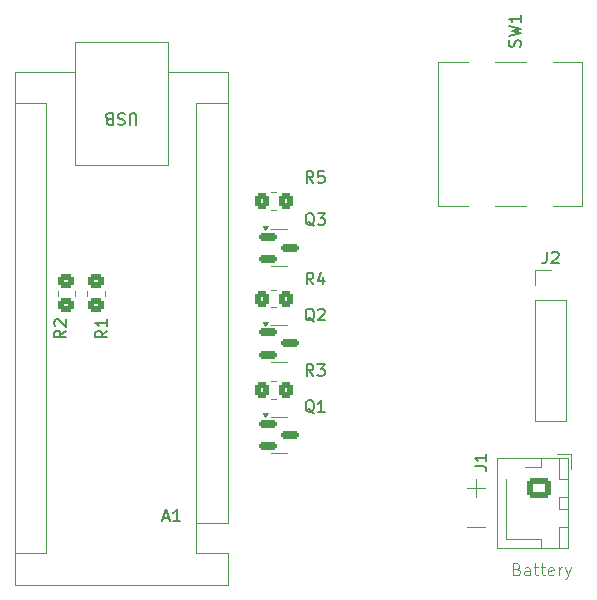
<source format=gto>
G04 #@! TF.GenerationSoftware,KiCad,Pcbnew,8.0.5*
G04 #@! TF.CreationDate,2025-02-12T16:10:39+08:00*
G04 #@! TF.ProjectId,arduino_solar_bikelight_1,61726475-696e-46f5-9f73-6f6c61725f62,rev?*
G04 #@! TF.SameCoordinates,Original*
G04 #@! TF.FileFunction,Legend,Top*
G04 #@! TF.FilePolarity,Positive*
%FSLAX46Y46*%
G04 Gerber Fmt 4.6, Leading zero omitted, Abs format (unit mm)*
G04 Created by KiCad (PCBNEW 8.0.5) date 2025-02-12 16:10:39*
%MOMM*%
%LPD*%
G01*
G04 APERTURE LIST*
G04 Aperture macros list*
%AMRoundRect*
0 Rectangle with rounded corners*
0 $1 Rounding radius*
0 $2 $3 $4 $5 $6 $7 $8 $9 X,Y pos of 4 corners*
0 Add a 4 corners polygon primitive as box body*
4,1,4,$2,$3,$4,$5,$6,$7,$8,$9,$2,$3,0*
0 Add four circle primitives for the rounded corners*
1,1,$1+$1,$2,$3*
1,1,$1+$1,$4,$5*
1,1,$1+$1,$6,$7*
1,1,$1+$1,$8,$9*
0 Add four rect primitives between the rounded corners*
20,1,$1+$1,$2,$3,$4,$5,0*
20,1,$1+$1,$4,$5,$6,$7,0*
20,1,$1+$1,$6,$7,$8,$9,0*
20,1,$1+$1,$8,$9,$2,$3,0*%
G04 Aperture macros list end*
%ADD10C,0.100000*%
%ADD11C,0.150000*%
%ADD12C,0.120000*%
%ADD13RoundRect,0.250000X-0.350000X-0.450000X0.350000X-0.450000X0.350000X0.450000X-0.350000X0.450000X0*%
%ADD14C,3.200000*%
%ADD15RoundRect,0.250000X0.450000X-0.350000X0.450000X0.350000X-0.450000X0.350000X-0.450000X-0.350000X0*%
%ADD16R,1.600000X1.600000*%
%ADD17O,1.600000X1.600000*%
%ADD18C,1.200000*%
%ADD19RoundRect,0.250000X-0.750000X0.600000X-0.750000X-0.600000X0.750000X-0.600000X0.750000X0.600000X0*%
%ADD20O,2.000000X1.700000*%
%ADD21C,1.800000*%
%ADD22O,1.700000X2.900000*%
%ADD23RoundRect,0.150000X-0.587500X-0.150000X0.587500X-0.150000X0.587500X0.150000X-0.587500X0.150000X0*%
%ADD24R,1.700000X1.700000*%
%ADD25O,1.700000X1.700000*%
%ADD26R,1.800000X1.800000*%
G04 APERTURE END LIST*
D10*
X181386979Y-106183133D02*
X182910789Y-106183133D01*
X185582217Y-109743609D02*
X185725074Y-109791228D01*
X185725074Y-109791228D02*
X185772693Y-109838847D01*
X185772693Y-109838847D02*
X185820312Y-109934085D01*
X185820312Y-109934085D02*
X185820312Y-110076942D01*
X185820312Y-110076942D02*
X185772693Y-110172180D01*
X185772693Y-110172180D02*
X185725074Y-110219800D01*
X185725074Y-110219800D02*
X185629836Y-110267419D01*
X185629836Y-110267419D02*
X185248884Y-110267419D01*
X185248884Y-110267419D02*
X185248884Y-109267419D01*
X185248884Y-109267419D02*
X185582217Y-109267419D01*
X185582217Y-109267419D02*
X185677455Y-109315038D01*
X185677455Y-109315038D02*
X185725074Y-109362657D01*
X185725074Y-109362657D02*
X185772693Y-109457895D01*
X185772693Y-109457895D02*
X185772693Y-109553133D01*
X185772693Y-109553133D02*
X185725074Y-109648371D01*
X185725074Y-109648371D02*
X185677455Y-109695990D01*
X185677455Y-109695990D02*
X185582217Y-109743609D01*
X185582217Y-109743609D02*
X185248884Y-109743609D01*
X186677455Y-110267419D02*
X186677455Y-109743609D01*
X186677455Y-109743609D02*
X186629836Y-109648371D01*
X186629836Y-109648371D02*
X186534598Y-109600752D01*
X186534598Y-109600752D02*
X186344122Y-109600752D01*
X186344122Y-109600752D02*
X186248884Y-109648371D01*
X186677455Y-110219800D02*
X186582217Y-110267419D01*
X186582217Y-110267419D02*
X186344122Y-110267419D01*
X186344122Y-110267419D02*
X186248884Y-110219800D01*
X186248884Y-110219800D02*
X186201265Y-110124561D01*
X186201265Y-110124561D02*
X186201265Y-110029323D01*
X186201265Y-110029323D02*
X186248884Y-109934085D01*
X186248884Y-109934085D02*
X186344122Y-109886466D01*
X186344122Y-109886466D02*
X186582217Y-109886466D01*
X186582217Y-109886466D02*
X186677455Y-109838847D01*
X187010789Y-109600752D02*
X187391741Y-109600752D01*
X187153646Y-109267419D02*
X187153646Y-110124561D01*
X187153646Y-110124561D02*
X187201265Y-110219800D01*
X187201265Y-110219800D02*
X187296503Y-110267419D01*
X187296503Y-110267419D02*
X187391741Y-110267419D01*
X187582218Y-109600752D02*
X187963170Y-109600752D01*
X187725075Y-109267419D02*
X187725075Y-110124561D01*
X187725075Y-110124561D02*
X187772694Y-110219800D01*
X187772694Y-110219800D02*
X187867932Y-110267419D01*
X187867932Y-110267419D02*
X187963170Y-110267419D01*
X188677456Y-110219800D02*
X188582218Y-110267419D01*
X188582218Y-110267419D02*
X188391742Y-110267419D01*
X188391742Y-110267419D02*
X188296504Y-110219800D01*
X188296504Y-110219800D02*
X188248885Y-110124561D01*
X188248885Y-110124561D02*
X188248885Y-109743609D01*
X188248885Y-109743609D02*
X188296504Y-109648371D01*
X188296504Y-109648371D02*
X188391742Y-109600752D01*
X188391742Y-109600752D02*
X188582218Y-109600752D01*
X188582218Y-109600752D02*
X188677456Y-109648371D01*
X188677456Y-109648371D02*
X188725075Y-109743609D01*
X188725075Y-109743609D02*
X188725075Y-109838847D01*
X188725075Y-109838847D02*
X188248885Y-109934085D01*
X189153647Y-110267419D02*
X189153647Y-109600752D01*
X189153647Y-109791228D02*
X189201266Y-109695990D01*
X189201266Y-109695990D02*
X189248885Y-109648371D01*
X189248885Y-109648371D02*
X189344123Y-109600752D01*
X189344123Y-109600752D02*
X189439361Y-109600752D01*
X189677457Y-109600752D02*
X189915552Y-110267419D01*
X190153647Y-109600752D02*
X189915552Y-110267419D01*
X189915552Y-110267419D02*
X189820314Y-110505514D01*
X189820314Y-110505514D02*
X189772695Y-110553133D01*
X189772695Y-110553133D02*
X189677457Y-110600752D01*
X181386979Y-102883133D02*
X182910789Y-102883133D01*
X182148884Y-103645038D02*
X182148884Y-102121228D01*
D11*
X168340833Y-77049819D02*
X168007500Y-76573628D01*
X167769405Y-77049819D02*
X167769405Y-76049819D01*
X167769405Y-76049819D02*
X168150357Y-76049819D01*
X168150357Y-76049819D02*
X168245595Y-76097438D01*
X168245595Y-76097438D02*
X168293214Y-76145057D01*
X168293214Y-76145057D02*
X168340833Y-76240295D01*
X168340833Y-76240295D02*
X168340833Y-76383152D01*
X168340833Y-76383152D02*
X168293214Y-76478390D01*
X168293214Y-76478390D02*
X168245595Y-76526009D01*
X168245595Y-76526009D02*
X168150357Y-76573628D01*
X168150357Y-76573628D02*
X167769405Y-76573628D01*
X169245595Y-76049819D02*
X168769405Y-76049819D01*
X168769405Y-76049819D02*
X168721786Y-76526009D01*
X168721786Y-76526009D02*
X168769405Y-76478390D01*
X168769405Y-76478390D02*
X168864643Y-76430771D01*
X168864643Y-76430771D02*
X169102738Y-76430771D01*
X169102738Y-76430771D02*
X169197976Y-76478390D01*
X169197976Y-76478390D02*
X169245595Y-76526009D01*
X169245595Y-76526009D02*
X169293214Y-76621247D01*
X169293214Y-76621247D02*
X169293214Y-76859342D01*
X169293214Y-76859342D02*
X169245595Y-76954580D01*
X169245595Y-76954580D02*
X169197976Y-77002200D01*
X169197976Y-77002200D02*
X169102738Y-77049819D01*
X169102738Y-77049819D02*
X168864643Y-77049819D01*
X168864643Y-77049819D02*
X168769405Y-77002200D01*
X168769405Y-77002200D02*
X168721786Y-76954580D01*
X150899819Y-89561666D02*
X150423628Y-89894999D01*
X150899819Y-90133094D02*
X149899819Y-90133094D01*
X149899819Y-90133094D02*
X149899819Y-89752142D01*
X149899819Y-89752142D02*
X149947438Y-89656904D01*
X149947438Y-89656904D02*
X149995057Y-89609285D01*
X149995057Y-89609285D02*
X150090295Y-89561666D01*
X150090295Y-89561666D02*
X150233152Y-89561666D01*
X150233152Y-89561666D02*
X150328390Y-89609285D01*
X150328390Y-89609285D02*
X150376009Y-89656904D01*
X150376009Y-89656904D02*
X150423628Y-89752142D01*
X150423628Y-89752142D02*
X150423628Y-90133094D01*
X150899819Y-88609285D02*
X150899819Y-89180713D01*
X150899819Y-88894999D02*
X149899819Y-88894999D01*
X149899819Y-88894999D02*
X150042676Y-88990237D01*
X150042676Y-88990237D02*
X150137914Y-89085475D01*
X150137914Y-89085475D02*
X150185533Y-89180713D01*
X147399819Y-89561666D02*
X146923628Y-89894999D01*
X147399819Y-90133094D02*
X146399819Y-90133094D01*
X146399819Y-90133094D02*
X146399819Y-89752142D01*
X146399819Y-89752142D02*
X146447438Y-89656904D01*
X146447438Y-89656904D02*
X146495057Y-89609285D01*
X146495057Y-89609285D02*
X146590295Y-89561666D01*
X146590295Y-89561666D02*
X146733152Y-89561666D01*
X146733152Y-89561666D02*
X146828390Y-89609285D01*
X146828390Y-89609285D02*
X146876009Y-89656904D01*
X146876009Y-89656904D02*
X146923628Y-89752142D01*
X146923628Y-89752142D02*
X146923628Y-90133094D01*
X146495057Y-89180713D02*
X146447438Y-89133094D01*
X146447438Y-89133094D02*
X146399819Y-89037856D01*
X146399819Y-89037856D02*
X146399819Y-88799761D01*
X146399819Y-88799761D02*
X146447438Y-88704523D01*
X146447438Y-88704523D02*
X146495057Y-88656904D01*
X146495057Y-88656904D02*
X146590295Y-88609285D01*
X146590295Y-88609285D02*
X146685533Y-88609285D01*
X146685533Y-88609285D02*
X146828390Y-88656904D01*
X146828390Y-88656904D02*
X147399819Y-89228332D01*
X147399819Y-89228332D02*
X147399819Y-88609285D01*
X155635714Y-105404104D02*
X156111904Y-105404104D01*
X155540476Y-105689819D02*
X155873809Y-104689819D01*
X155873809Y-104689819D02*
X156207142Y-105689819D01*
X157064285Y-105689819D02*
X156492857Y-105689819D01*
X156778571Y-105689819D02*
X156778571Y-104689819D01*
X156778571Y-104689819D02*
X156683333Y-104832676D01*
X156683333Y-104832676D02*
X156588095Y-104927914D01*
X156588095Y-104927914D02*
X156492857Y-104975533D01*
X153361904Y-72140180D02*
X153361904Y-71330657D01*
X153361904Y-71330657D02*
X153314285Y-71235419D01*
X153314285Y-71235419D02*
X153266666Y-71187800D01*
X153266666Y-71187800D02*
X153171428Y-71140180D01*
X153171428Y-71140180D02*
X152980952Y-71140180D01*
X152980952Y-71140180D02*
X152885714Y-71187800D01*
X152885714Y-71187800D02*
X152838095Y-71235419D01*
X152838095Y-71235419D02*
X152790476Y-71330657D01*
X152790476Y-71330657D02*
X152790476Y-72140180D01*
X152361904Y-71187800D02*
X152219047Y-71140180D01*
X152219047Y-71140180D02*
X151980952Y-71140180D01*
X151980952Y-71140180D02*
X151885714Y-71187800D01*
X151885714Y-71187800D02*
X151838095Y-71235419D01*
X151838095Y-71235419D02*
X151790476Y-71330657D01*
X151790476Y-71330657D02*
X151790476Y-71425895D01*
X151790476Y-71425895D02*
X151838095Y-71521133D01*
X151838095Y-71521133D02*
X151885714Y-71568752D01*
X151885714Y-71568752D02*
X151980952Y-71616371D01*
X151980952Y-71616371D02*
X152171428Y-71663990D01*
X152171428Y-71663990D02*
X152266666Y-71711609D01*
X152266666Y-71711609D02*
X152314285Y-71759228D01*
X152314285Y-71759228D02*
X152361904Y-71854466D01*
X152361904Y-71854466D02*
X152361904Y-71949704D01*
X152361904Y-71949704D02*
X152314285Y-72044942D01*
X152314285Y-72044942D02*
X152266666Y-72092561D01*
X152266666Y-72092561D02*
X152171428Y-72140180D01*
X152171428Y-72140180D02*
X151933333Y-72140180D01*
X151933333Y-72140180D02*
X151790476Y-72092561D01*
X151028571Y-71663990D02*
X150885714Y-71616371D01*
X150885714Y-71616371D02*
X150838095Y-71568752D01*
X150838095Y-71568752D02*
X150790476Y-71473514D01*
X150790476Y-71473514D02*
X150790476Y-71330657D01*
X150790476Y-71330657D02*
X150838095Y-71235419D01*
X150838095Y-71235419D02*
X150885714Y-71187800D01*
X150885714Y-71187800D02*
X150980952Y-71140180D01*
X150980952Y-71140180D02*
X151361904Y-71140180D01*
X151361904Y-71140180D02*
X151361904Y-72140180D01*
X151361904Y-72140180D02*
X151028571Y-72140180D01*
X151028571Y-72140180D02*
X150933333Y-72092561D01*
X150933333Y-72092561D02*
X150885714Y-72044942D01*
X150885714Y-72044942D02*
X150838095Y-71949704D01*
X150838095Y-71949704D02*
X150838095Y-71854466D01*
X150838095Y-71854466D02*
X150885714Y-71759228D01*
X150885714Y-71759228D02*
X150933333Y-71711609D01*
X150933333Y-71711609D02*
X151028571Y-71663990D01*
X151028571Y-71663990D02*
X151361904Y-71663990D01*
X168340833Y-85649819D02*
X168007500Y-85173628D01*
X167769405Y-85649819D02*
X167769405Y-84649819D01*
X167769405Y-84649819D02*
X168150357Y-84649819D01*
X168150357Y-84649819D02*
X168245595Y-84697438D01*
X168245595Y-84697438D02*
X168293214Y-84745057D01*
X168293214Y-84745057D02*
X168340833Y-84840295D01*
X168340833Y-84840295D02*
X168340833Y-84983152D01*
X168340833Y-84983152D02*
X168293214Y-85078390D01*
X168293214Y-85078390D02*
X168245595Y-85126009D01*
X168245595Y-85126009D02*
X168150357Y-85173628D01*
X168150357Y-85173628D02*
X167769405Y-85173628D01*
X169197976Y-84983152D02*
X169197976Y-85649819D01*
X168959881Y-84602200D02*
X168721786Y-85316485D01*
X168721786Y-85316485D02*
X169340833Y-85316485D01*
X181999819Y-101028333D02*
X182714104Y-101028333D01*
X182714104Y-101028333D02*
X182856961Y-101075952D01*
X182856961Y-101075952D02*
X182952200Y-101171190D01*
X182952200Y-101171190D02*
X182999819Y-101314047D01*
X182999819Y-101314047D02*
X182999819Y-101409285D01*
X182999819Y-100028333D02*
X182999819Y-100599761D01*
X182999819Y-100314047D02*
X181999819Y-100314047D01*
X181999819Y-100314047D02*
X182142676Y-100409285D01*
X182142676Y-100409285D02*
X182237914Y-100504523D01*
X182237914Y-100504523D02*
X182285533Y-100599761D01*
X185852200Y-65528332D02*
X185899819Y-65385475D01*
X185899819Y-65385475D02*
X185899819Y-65147380D01*
X185899819Y-65147380D02*
X185852200Y-65052142D01*
X185852200Y-65052142D02*
X185804580Y-65004523D01*
X185804580Y-65004523D02*
X185709342Y-64956904D01*
X185709342Y-64956904D02*
X185614104Y-64956904D01*
X185614104Y-64956904D02*
X185518866Y-65004523D01*
X185518866Y-65004523D02*
X185471247Y-65052142D01*
X185471247Y-65052142D02*
X185423628Y-65147380D01*
X185423628Y-65147380D02*
X185376009Y-65337856D01*
X185376009Y-65337856D02*
X185328390Y-65433094D01*
X185328390Y-65433094D02*
X185280771Y-65480713D01*
X185280771Y-65480713D02*
X185185533Y-65528332D01*
X185185533Y-65528332D02*
X185090295Y-65528332D01*
X185090295Y-65528332D02*
X184995057Y-65480713D01*
X184995057Y-65480713D02*
X184947438Y-65433094D01*
X184947438Y-65433094D02*
X184899819Y-65337856D01*
X184899819Y-65337856D02*
X184899819Y-65099761D01*
X184899819Y-65099761D02*
X184947438Y-64956904D01*
X184899819Y-64623570D02*
X185899819Y-64385475D01*
X185899819Y-64385475D02*
X185185533Y-64194999D01*
X185185533Y-64194999D02*
X185899819Y-64004523D01*
X185899819Y-64004523D02*
X184899819Y-63766428D01*
X185899819Y-62861666D02*
X185899819Y-63433094D01*
X185899819Y-63147380D02*
X184899819Y-63147380D01*
X184899819Y-63147380D02*
X185042676Y-63242618D01*
X185042676Y-63242618D02*
X185137914Y-63337856D01*
X185137914Y-63337856D02*
X185185533Y-63433094D01*
X168412261Y-88795057D02*
X168317023Y-88747438D01*
X168317023Y-88747438D02*
X168221785Y-88652200D01*
X168221785Y-88652200D02*
X168078928Y-88509342D01*
X168078928Y-88509342D02*
X167983690Y-88461723D01*
X167983690Y-88461723D02*
X167888452Y-88461723D01*
X167936071Y-88699819D02*
X167840833Y-88652200D01*
X167840833Y-88652200D02*
X167745595Y-88556961D01*
X167745595Y-88556961D02*
X167697976Y-88366485D01*
X167697976Y-88366485D02*
X167697976Y-88033152D01*
X167697976Y-88033152D02*
X167745595Y-87842676D01*
X167745595Y-87842676D02*
X167840833Y-87747438D01*
X167840833Y-87747438D02*
X167936071Y-87699819D01*
X167936071Y-87699819D02*
X168126547Y-87699819D01*
X168126547Y-87699819D02*
X168221785Y-87747438D01*
X168221785Y-87747438D02*
X168317023Y-87842676D01*
X168317023Y-87842676D02*
X168364642Y-88033152D01*
X168364642Y-88033152D02*
X168364642Y-88366485D01*
X168364642Y-88366485D02*
X168317023Y-88556961D01*
X168317023Y-88556961D02*
X168221785Y-88652200D01*
X168221785Y-88652200D02*
X168126547Y-88699819D01*
X168126547Y-88699819D02*
X167936071Y-88699819D01*
X168745595Y-87795057D02*
X168793214Y-87747438D01*
X168793214Y-87747438D02*
X168888452Y-87699819D01*
X168888452Y-87699819D02*
X169126547Y-87699819D01*
X169126547Y-87699819D02*
X169221785Y-87747438D01*
X169221785Y-87747438D02*
X169269404Y-87795057D01*
X169269404Y-87795057D02*
X169317023Y-87890295D01*
X169317023Y-87890295D02*
X169317023Y-87985533D01*
X169317023Y-87985533D02*
X169269404Y-88128390D01*
X169269404Y-88128390D02*
X168697976Y-88699819D01*
X168697976Y-88699819D02*
X169317023Y-88699819D01*
X188111666Y-82859819D02*
X188111666Y-83574104D01*
X188111666Y-83574104D02*
X188064047Y-83716961D01*
X188064047Y-83716961D02*
X187968809Y-83812200D01*
X187968809Y-83812200D02*
X187825952Y-83859819D01*
X187825952Y-83859819D02*
X187730714Y-83859819D01*
X188540238Y-82955057D02*
X188587857Y-82907438D01*
X188587857Y-82907438D02*
X188683095Y-82859819D01*
X188683095Y-82859819D02*
X188921190Y-82859819D01*
X188921190Y-82859819D02*
X189016428Y-82907438D01*
X189016428Y-82907438D02*
X189064047Y-82955057D01*
X189064047Y-82955057D02*
X189111666Y-83050295D01*
X189111666Y-83050295D02*
X189111666Y-83145533D01*
X189111666Y-83145533D02*
X189064047Y-83288390D01*
X189064047Y-83288390D02*
X188492619Y-83859819D01*
X188492619Y-83859819D02*
X189111666Y-83859819D01*
X168412261Y-80695057D02*
X168317023Y-80647438D01*
X168317023Y-80647438D02*
X168221785Y-80552200D01*
X168221785Y-80552200D02*
X168078928Y-80409342D01*
X168078928Y-80409342D02*
X167983690Y-80361723D01*
X167983690Y-80361723D02*
X167888452Y-80361723D01*
X167936071Y-80599819D02*
X167840833Y-80552200D01*
X167840833Y-80552200D02*
X167745595Y-80456961D01*
X167745595Y-80456961D02*
X167697976Y-80266485D01*
X167697976Y-80266485D02*
X167697976Y-79933152D01*
X167697976Y-79933152D02*
X167745595Y-79742676D01*
X167745595Y-79742676D02*
X167840833Y-79647438D01*
X167840833Y-79647438D02*
X167936071Y-79599819D01*
X167936071Y-79599819D02*
X168126547Y-79599819D01*
X168126547Y-79599819D02*
X168221785Y-79647438D01*
X168221785Y-79647438D02*
X168317023Y-79742676D01*
X168317023Y-79742676D02*
X168364642Y-79933152D01*
X168364642Y-79933152D02*
X168364642Y-80266485D01*
X168364642Y-80266485D02*
X168317023Y-80456961D01*
X168317023Y-80456961D02*
X168221785Y-80552200D01*
X168221785Y-80552200D02*
X168126547Y-80599819D01*
X168126547Y-80599819D02*
X167936071Y-80599819D01*
X168697976Y-79599819D02*
X169317023Y-79599819D01*
X169317023Y-79599819D02*
X168983690Y-79980771D01*
X168983690Y-79980771D02*
X169126547Y-79980771D01*
X169126547Y-79980771D02*
X169221785Y-80028390D01*
X169221785Y-80028390D02*
X169269404Y-80076009D01*
X169269404Y-80076009D02*
X169317023Y-80171247D01*
X169317023Y-80171247D02*
X169317023Y-80409342D01*
X169317023Y-80409342D02*
X169269404Y-80504580D01*
X169269404Y-80504580D02*
X169221785Y-80552200D01*
X169221785Y-80552200D02*
X169126547Y-80599819D01*
X169126547Y-80599819D02*
X168840833Y-80599819D01*
X168840833Y-80599819D02*
X168745595Y-80552200D01*
X168745595Y-80552200D02*
X168697976Y-80504580D01*
X168340833Y-93399819D02*
X168007500Y-92923628D01*
X167769405Y-93399819D02*
X167769405Y-92399819D01*
X167769405Y-92399819D02*
X168150357Y-92399819D01*
X168150357Y-92399819D02*
X168245595Y-92447438D01*
X168245595Y-92447438D02*
X168293214Y-92495057D01*
X168293214Y-92495057D02*
X168340833Y-92590295D01*
X168340833Y-92590295D02*
X168340833Y-92733152D01*
X168340833Y-92733152D02*
X168293214Y-92828390D01*
X168293214Y-92828390D02*
X168245595Y-92876009D01*
X168245595Y-92876009D02*
X168150357Y-92923628D01*
X168150357Y-92923628D02*
X167769405Y-92923628D01*
X168674167Y-92399819D02*
X169293214Y-92399819D01*
X169293214Y-92399819D02*
X168959881Y-92780771D01*
X168959881Y-92780771D02*
X169102738Y-92780771D01*
X169102738Y-92780771D02*
X169197976Y-92828390D01*
X169197976Y-92828390D02*
X169245595Y-92876009D01*
X169245595Y-92876009D02*
X169293214Y-92971247D01*
X169293214Y-92971247D02*
X169293214Y-93209342D01*
X169293214Y-93209342D02*
X169245595Y-93304580D01*
X169245595Y-93304580D02*
X169197976Y-93352200D01*
X169197976Y-93352200D02*
X169102738Y-93399819D01*
X169102738Y-93399819D02*
X168817024Y-93399819D01*
X168817024Y-93399819D02*
X168721786Y-93352200D01*
X168721786Y-93352200D02*
X168674167Y-93304580D01*
X168412261Y-96545057D02*
X168317023Y-96497438D01*
X168317023Y-96497438D02*
X168221785Y-96402200D01*
X168221785Y-96402200D02*
X168078928Y-96259342D01*
X168078928Y-96259342D02*
X167983690Y-96211723D01*
X167983690Y-96211723D02*
X167888452Y-96211723D01*
X167936071Y-96449819D02*
X167840833Y-96402200D01*
X167840833Y-96402200D02*
X167745595Y-96306961D01*
X167745595Y-96306961D02*
X167697976Y-96116485D01*
X167697976Y-96116485D02*
X167697976Y-95783152D01*
X167697976Y-95783152D02*
X167745595Y-95592676D01*
X167745595Y-95592676D02*
X167840833Y-95497438D01*
X167840833Y-95497438D02*
X167936071Y-95449819D01*
X167936071Y-95449819D02*
X168126547Y-95449819D01*
X168126547Y-95449819D02*
X168221785Y-95497438D01*
X168221785Y-95497438D02*
X168317023Y-95592676D01*
X168317023Y-95592676D02*
X168364642Y-95783152D01*
X168364642Y-95783152D02*
X168364642Y-96116485D01*
X168364642Y-96116485D02*
X168317023Y-96306961D01*
X168317023Y-96306961D02*
X168221785Y-96402200D01*
X168221785Y-96402200D02*
X168126547Y-96449819D01*
X168126547Y-96449819D02*
X167936071Y-96449819D01*
X169317023Y-96449819D02*
X168745595Y-96449819D01*
X169031309Y-96449819D02*
X169031309Y-95449819D01*
X169031309Y-95449819D02*
X168936071Y-95592676D01*
X168936071Y-95592676D02*
X168840833Y-95687914D01*
X168840833Y-95687914D02*
X168745595Y-95735533D01*
D12*
X164767936Y-77860000D02*
X165222064Y-77860000D01*
X164767936Y-79330000D02*
X165222064Y-79330000D01*
X149210000Y-86622064D02*
X149210000Y-86167936D01*
X150680000Y-86622064D02*
X150680000Y-86167936D01*
X146710000Y-86622064D02*
X146710000Y-86167936D01*
X148180000Y-86622064D02*
X148180000Y-86167936D01*
X143080000Y-67655000D02*
X143080000Y-111095000D01*
X143080000Y-67655000D02*
X148160000Y-67655000D01*
X143080000Y-111095000D02*
X161120000Y-111095000D01*
X145750000Y-70325000D02*
X143080000Y-70325000D01*
X145750000Y-108425000D02*
X143080000Y-108425000D01*
X145750000Y-108425000D02*
X145750000Y-70325000D01*
X148160000Y-65115000D02*
X156040000Y-65115000D01*
X148160000Y-75535000D02*
X148160000Y-65115000D01*
X156040000Y-65115000D02*
X156040000Y-75535000D01*
X156040000Y-75535000D02*
X148160000Y-75535000D01*
X158450000Y-70325000D02*
X161120000Y-70325000D01*
X158450000Y-105885000D02*
X158450000Y-70325000D01*
X158450000Y-105885000D02*
X158450000Y-108425000D01*
X158450000Y-105885000D02*
X161120000Y-105885000D01*
X158450000Y-108425000D02*
X161120000Y-108425000D01*
X161120000Y-67655000D02*
X156040000Y-67655000D01*
X161120000Y-105885000D02*
X161120000Y-67655000D01*
X161120000Y-111095000D02*
X161120000Y-108425000D01*
X164767936Y-86110000D02*
X165222064Y-86110000D01*
X164767936Y-87580000D02*
X165222064Y-87580000D01*
X183935000Y-100335000D02*
X183935000Y-107955000D01*
X183935000Y-107955000D02*
X189905000Y-107955000D01*
X184695000Y-104145000D02*
X184695000Y-102155000D01*
X184695000Y-107195000D02*
X184695000Y-104145000D01*
X187645000Y-100345000D02*
X187645000Y-101095000D01*
X187645000Y-101095000D02*
X186305000Y-101095000D01*
X187645000Y-107195000D02*
X184695000Y-107195000D01*
X187645000Y-107945000D02*
X187645000Y-107195000D01*
X189145000Y-100345000D02*
X189145000Y-102145000D01*
X189145000Y-102145000D02*
X189895000Y-102145000D01*
X189145000Y-103645000D02*
X189145000Y-104645000D01*
X189145000Y-104645000D02*
X189895000Y-104645000D01*
X189145000Y-106145000D02*
X189145000Y-107945000D01*
X189145000Y-107945000D02*
X189895000Y-107945000D01*
X189895000Y-100345000D02*
X189145000Y-100345000D01*
X189895000Y-102145000D02*
X189895000Y-100345000D01*
X189895000Y-103645000D02*
X189145000Y-103645000D01*
X189895000Y-104645000D02*
X189895000Y-103645000D01*
X189895000Y-106145000D02*
X189145000Y-106145000D01*
X189895000Y-107945000D02*
X189895000Y-106145000D01*
X189905000Y-100335000D02*
X183935000Y-100335000D01*
X189905000Y-107955000D02*
X189905000Y-100335000D01*
X190195000Y-100045000D02*
X188945000Y-100045000D01*
X190195000Y-101295000D02*
X190195000Y-100045000D01*
X178910000Y-66785000D02*
X181420000Y-66785000D01*
X178910000Y-79005000D02*
X178910000Y-66785000D01*
X178910000Y-79005000D02*
X181420000Y-79005000D01*
X183720000Y-66785000D02*
X186320000Y-66785000D01*
X183720000Y-79005000D02*
X186320000Y-79005000D01*
X188620000Y-66785000D02*
X191130000Y-66785000D01*
X188620000Y-79005000D02*
X191130000Y-79005000D01*
X191130000Y-66785000D02*
X191130000Y-79005000D01*
X165445000Y-89085000D02*
X164795000Y-89085000D01*
X165445000Y-89085000D02*
X166095000Y-89085000D01*
X165445000Y-92205000D02*
X164795000Y-92205000D01*
X165445000Y-92205000D02*
X166095000Y-92205000D01*
X164282500Y-89135000D02*
X164042500Y-88805000D01*
X164522500Y-88805000D01*
X164282500Y-89135000D01*
G36*
X164282500Y-89135000D02*
G01*
X164042500Y-88805000D01*
X164522500Y-88805000D01*
X164282500Y-89135000D01*
G37*
X187115000Y-84405000D02*
X188445000Y-84405000D01*
X187115000Y-85735000D02*
X187115000Y-84405000D01*
X187115000Y-87005000D02*
X187115000Y-97225000D01*
X187115000Y-87005000D02*
X189775000Y-87005000D01*
X187115000Y-97225000D02*
X189775000Y-97225000D01*
X189775000Y-87005000D02*
X189775000Y-97225000D01*
X165445000Y-80985000D02*
X164795000Y-80985000D01*
X165445000Y-80985000D02*
X166095000Y-80985000D01*
X165445000Y-84105000D02*
X164795000Y-84105000D01*
X165445000Y-84105000D02*
X166095000Y-84105000D01*
X164282500Y-81035000D02*
X164042500Y-80705000D01*
X164522500Y-80705000D01*
X164282500Y-81035000D01*
G36*
X164282500Y-81035000D02*
G01*
X164042500Y-80705000D01*
X164522500Y-80705000D01*
X164282500Y-81035000D01*
G37*
X164767936Y-93860000D02*
X165222064Y-93860000D01*
X164767936Y-95330000D02*
X165222064Y-95330000D01*
X165445000Y-96835000D02*
X164795000Y-96835000D01*
X165445000Y-96835000D02*
X166095000Y-96835000D01*
X165445000Y-99955000D02*
X164795000Y-99955000D01*
X165445000Y-99955000D02*
X166095000Y-99955000D01*
X164282500Y-96885000D02*
X164042500Y-96555000D01*
X164522500Y-96555000D01*
X164282500Y-96885000D01*
G36*
X164282500Y-96885000D02*
G01*
X164042500Y-96555000D01*
X164522500Y-96555000D01*
X164282500Y-96885000D01*
G37*
%LPC*%
D13*
X163995000Y-78595000D03*
X165995000Y-78595000D03*
D14*
X188445000Y-115395000D03*
D15*
X149945000Y-87395000D03*
X149945000Y-85395000D03*
X147445000Y-87395000D03*
X147445000Y-85395000D03*
D16*
X159720000Y-107155000D03*
D17*
X159720000Y-104615000D03*
X159720000Y-102075000D03*
X159720000Y-99535000D03*
X159720000Y-96995000D03*
X159720000Y-94455000D03*
X159720000Y-91915000D03*
X159720000Y-89375000D03*
X159720000Y-86835000D03*
X159720000Y-84295000D03*
X159720000Y-81755000D03*
X159720000Y-79215000D03*
X159720000Y-76675000D03*
X159720000Y-74135000D03*
X159720000Y-71595000D03*
X144480000Y-71595000D03*
X144480000Y-74135000D03*
X144480000Y-76675000D03*
X144480000Y-79215000D03*
X144480000Y-81755000D03*
X144480000Y-84295000D03*
X144480000Y-86835000D03*
X144480000Y-89375000D03*
X144480000Y-91915000D03*
X144480000Y-94455000D03*
X144480000Y-96995000D03*
X144480000Y-99535000D03*
X144480000Y-102075000D03*
X144480000Y-104615000D03*
X144480000Y-107155000D03*
D14*
X144445000Y-61395000D03*
X188445000Y-61395000D03*
D13*
X163995000Y-86845000D03*
X165995000Y-86845000D03*
D18*
X185445000Y-101295000D03*
D19*
X187445000Y-102895000D03*
D20*
X187445000Y-105395000D03*
D21*
X180520000Y-72895000D03*
X189520000Y-72895000D03*
D22*
X182520000Y-79145000D03*
X182520000Y-66645000D03*
X187520000Y-79145000D03*
X187520000Y-66645000D03*
D23*
X164507500Y-89695000D03*
X164507500Y-91595000D03*
X166382500Y-90645000D03*
D24*
X188445000Y-85735000D03*
D25*
X188445000Y-88275000D03*
X188445000Y-90815000D03*
X188445000Y-93355000D03*
X188445000Y-95895000D03*
D23*
X164507500Y-81595000D03*
X164507500Y-83495000D03*
X166382500Y-82545000D03*
D13*
X163995000Y-94595000D03*
X165995000Y-94595000D03*
D14*
X144445000Y-115395000D03*
D23*
X164507500Y-97445000D03*
X164507500Y-99345000D03*
X166382500Y-98395000D03*
D26*
X150445000Y-94095000D03*
D21*
X152985000Y-94095000D03*
D26*
X171445000Y-94095000D03*
D21*
X173985000Y-94095000D03*
D26*
X171445000Y-108095000D03*
D21*
X173985000Y-108095000D03*
D26*
X150445000Y-80095000D03*
D21*
X152985000Y-80095000D03*
D26*
X150445000Y-108095000D03*
D21*
X152985000Y-108095000D03*
D26*
X171445000Y-66095000D03*
D21*
X173985000Y-66095000D03*
D26*
X171445000Y-80095000D03*
D21*
X173985000Y-80095000D03*
D26*
X150445000Y-66095000D03*
D21*
X152985000Y-66095000D03*
%LPD*%
M02*

</source>
